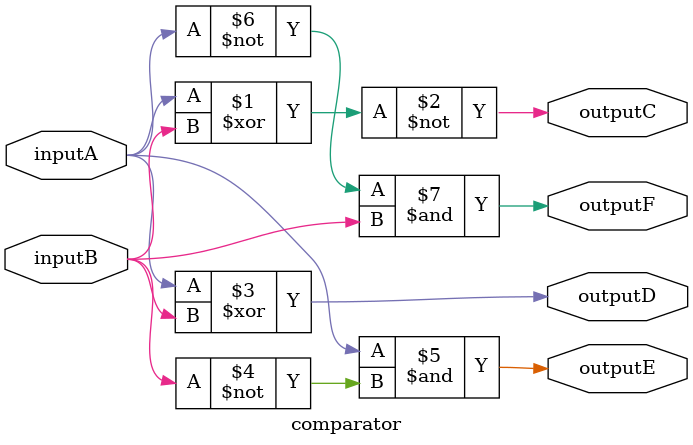
<source format=v>
`timescale 1ns / 1ps

module comparator(
    input inputA,
    input inputB,
    output outputC,
    output outputD,
    output outputE,
    output outputF
    );
    
    assign outputC = ~(inputA ^ inputB); //A=B
    assign outputD = (inputA ^ inputB); //A!=B
    assign outputE = (inputA) & (~inputB); //A>B
    assign outputF = (~inputA) & (inputB); //A<B


endmodule

</source>
